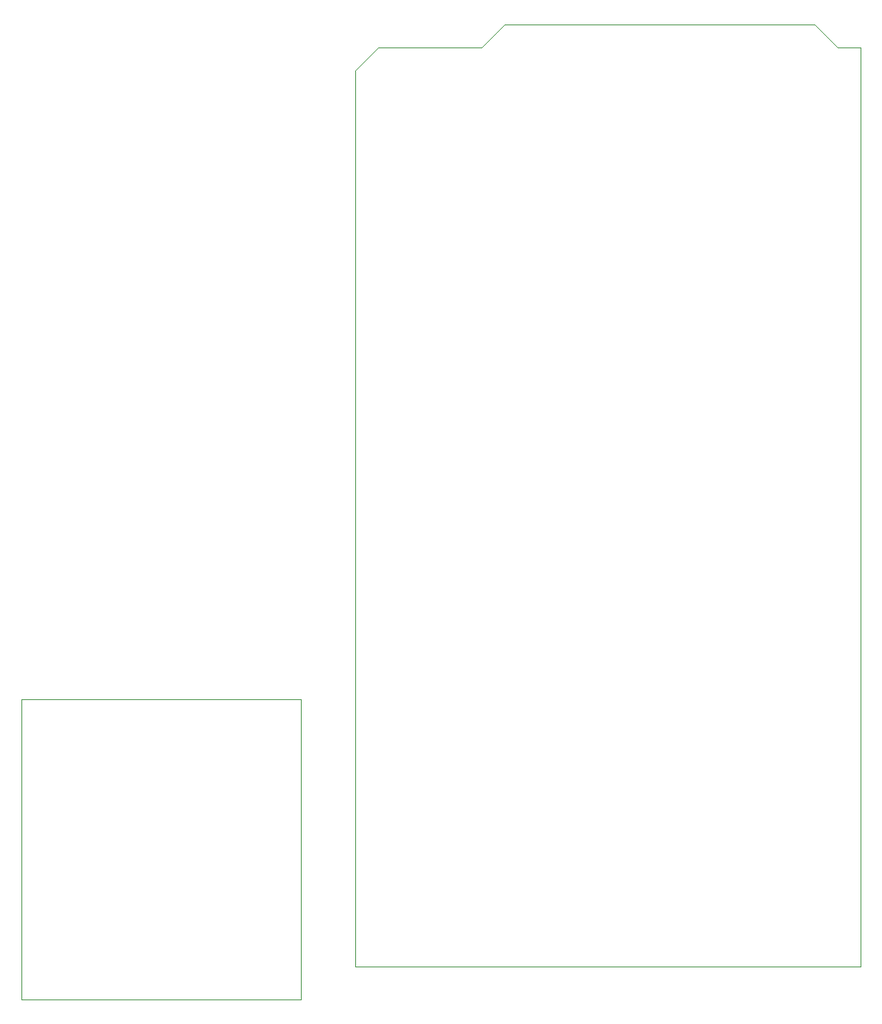
<source format=gbr>
%TF.GenerationSoftware,KiCad,Pcbnew,7.0.6*%
%TF.CreationDate,2023-09-19T13:47:08+08:00*%
%TF.ProjectId,ControlPanelPanelized,436f6e74-726f-46c5-9061-6e656c50616e,rev?*%
%TF.SameCoordinates,Original*%
%TF.FileFunction,Profile,NP*%
%FSLAX46Y46*%
G04 Gerber Fmt 4.6, Leading zero omitted, Abs format (unit mm)*
G04 Created by KiCad (PCBNEW 7.0.6) date 2023-09-19 13:47:08*
%MOMM*%
%LPD*%
G01*
G04 APERTURE LIST*
%TA.AperFunction,Profile*%
%ADD10C,0.100000*%
%TD*%
G04 APERTURE END LIST*
D10*
X98688291Y-104053465D02*
X129549291Y-104053465D01*
X129549291Y-137200465D01*
X98688291Y-137200465D01*
X98688291Y-104053465D01*
X188976000Y-32004000D02*
X191516000Y-32004000D01*
X191516000Y-133604000D01*
X135636000Y-133604000D01*
X135636000Y-34544000D01*
X138176000Y-32004000D01*
X149606000Y-32004000D01*
X152146000Y-29464000D01*
X186436000Y-29464000D01*
X188976000Y-32004000D01*
M02*

</source>
